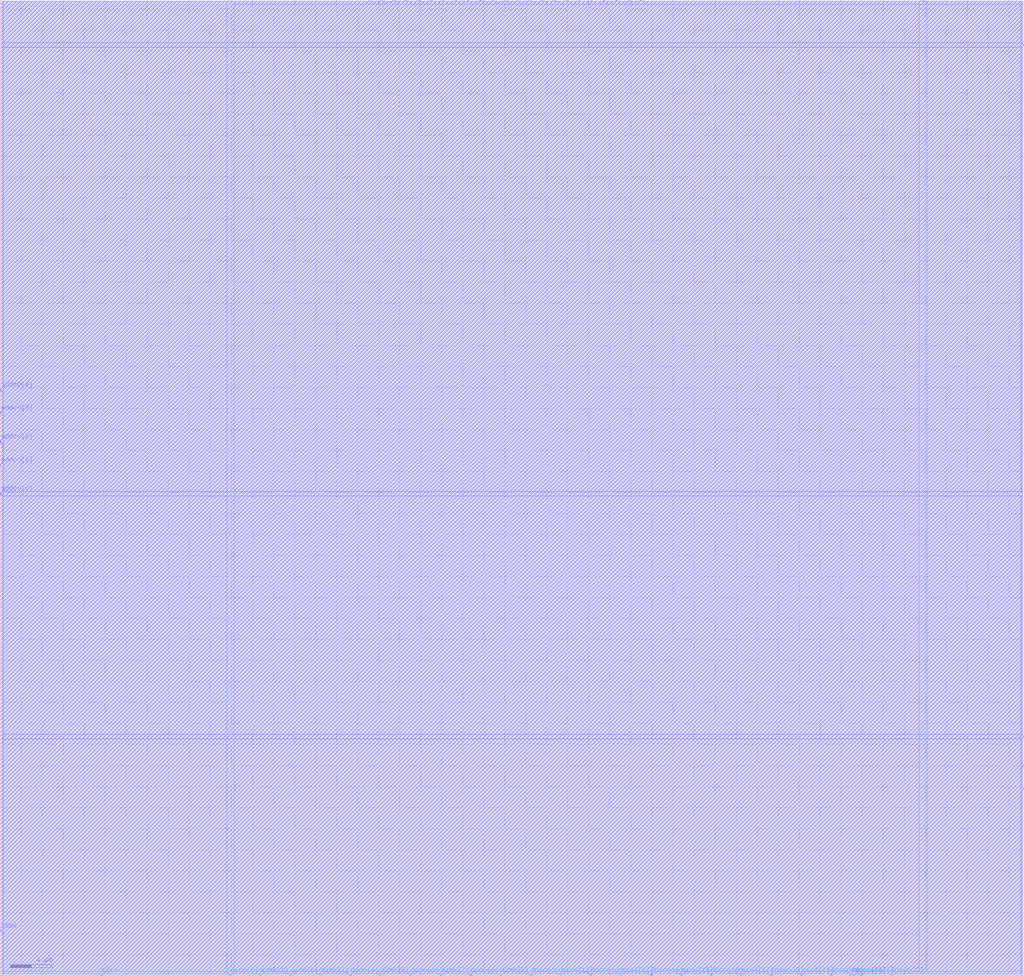
<source format=lef>
VERSION 5.4 ;
NAMESCASESENSITIVE ON ;
BUSBITCHARS "[]" ;
DIVIDERCHAR "/" ;
UNITS
  DATABASE MICRONS 2000 ;
END UNITS
MACRO sram_0rw1r1w_23_32_freepdk45
   CLASS BLOCK ;
   SIZE 97.4 BY 92.89 ;
   SYMMETRY X Y R90 ;
   PIN din0[0]
      DIRECTION INPUT ;
      PORT
         LAYER metal4 ;
         RECT  21.8175 0.0 21.9575 0.14 ;
      END
   END din0[0]
   PIN din0[1]
      DIRECTION INPUT ;
      PORT
         LAYER metal4 ;
         RECT  24.6775 0.0 24.8175 0.14 ;
      END
   END din0[1]
   PIN din0[2]
      DIRECTION INPUT ;
      PORT
         LAYER metal4 ;
         RECT  27.5375 0.0 27.6775 0.14 ;
      END
   END din0[2]
   PIN din0[3]
      DIRECTION INPUT ;
      PORT
         LAYER metal4 ;
         RECT  30.3975 0.0 30.5375 0.14 ;
      END
   END din0[3]
   PIN din0[4]
      DIRECTION INPUT ;
      PORT
         LAYER metal4 ;
         RECT  33.2575 0.0 33.3975 0.14 ;
      END
   END din0[4]
   PIN din0[5]
      DIRECTION INPUT ;
      PORT
         LAYER metal4 ;
         RECT  36.1175 0.0 36.2575 0.14 ;
      END
   END din0[5]
   PIN din0[6]
      DIRECTION INPUT ;
      PORT
         LAYER metal4 ;
         RECT  38.9775 0.0 39.1175 0.14 ;
      END
   END din0[6]
   PIN din0[7]
      DIRECTION INPUT ;
      PORT
         LAYER metal4 ;
         RECT  41.8375 0.0 41.9775 0.14 ;
      END
   END din0[7]
   PIN din0[8]
      DIRECTION INPUT ;
      PORT
         LAYER metal4 ;
         RECT  44.6975 0.0 44.8375 0.14 ;
      END
   END din0[8]
   PIN din0[9]
      DIRECTION INPUT ;
      PORT
         LAYER metal4 ;
         RECT  47.5575 0.0 47.6975 0.14 ;
      END
   END din0[9]
   PIN din0[10]
      DIRECTION INPUT ;
      PORT
         LAYER metal4 ;
         RECT  50.4175 0.0 50.5575 0.14 ;
      END
   END din0[10]
   PIN din0[11]
      DIRECTION INPUT ;
      PORT
         LAYER metal4 ;
         RECT  53.2775 0.0 53.4175 0.14 ;
      END
   END din0[11]
   PIN din0[12]
      DIRECTION INPUT ;
      PORT
         LAYER metal4 ;
         RECT  56.1375 0.0 56.2775 0.14 ;
      END
   END din0[12]
   PIN din0[13]
      DIRECTION INPUT ;
      PORT
         LAYER metal4 ;
         RECT  58.9975 0.0 59.1375 0.14 ;
      END
   END din0[13]
   PIN din0[14]
      DIRECTION INPUT ;
      PORT
         LAYER metal4 ;
         RECT  61.8575 0.0 61.9975 0.14 ;
      END
   END din0[14]
   PIN din0[15]
      DIRECTION INPUT ;
      PORT
         LAYER metal4 ;
         RECT  64.7175 0.0 64.8575 0.14 ;
      END
   END din0[15]
   PIN din0[16]
      DIRECTION INPUT ;
      PORT
         LAYER metal4 ;
         RECT  67.5775 0.0 67.7175 0.14 ;
      END
   END din0[16]
   PIN din0[17]
      DIRECTION INPUT ;
      PORT
         LAYER metal4 ;
         RECT  70.4375 0.0 70.5775 0.14 ;
      END
   END din0[17]
   PIN din0[18]
      DIRECTION INPUT ;
      PORT
         LAYER metal4 ;
         RECT  73.2975 0.0 73.4375 0.14 ;
      END
   END din0[18]
   PIN din0[19]
      DIRECTION INPUT ;
      PORT
         LAYER metal4 ;
         RECT  76.1575 0.0 76.2975 0.14 ;
      END
   END din0[19]
   PIN din0[20]
      DIRECTION INPUT ;
      PORT
         LAYER metal4 ;
         RECT  79.0175 0.0 79.1575 0.14 ;
      END
   END din0[20]
   PIN din0[21]
      DIRECTION INPUT ;
      PORT
         LAYER metal4 ;
         RECT  81.8775 0.0 82.0175 0.14 ;
      END
   END din0[21]
   PIN din0[22]
      DIRECTION INPUT ;
      PORT
         LAYER metal4 ;
         RECT  84.7375 0.0 84.8775 0.14 ;
      END
   END din0[22]
   PIN addr0[0]
      DIRECTION INPUT ;
      PORT
         LAYER metal3 ;
         RECT  0.0 45.815 0.14 45.955 ;
      END
   END addr0[0]
   PIN addr0[1]
      DIRECTION INPUT ;
      PORT
         LAYER metal3 ;
         RECT  0.0 48.545 0.14 48.685 ;
      END
   END addr0[1]
   PIN addr0[2]
      DIRECTION INPUT ;
      PORT
         LAYER metal3 ;
         RECT  0.0 50.755 0.14 50.895 ;
      END
   END addr0[2]
   PIN addr0[3]
      DIRECTION INPUT ;
      PORT
         LAYER metal3 ;
         RECT  0.0 53.485 0.14 53.625 ;
      END
   END addr0[3]
   PIN addr0[4]
      DIRECTION INPUT ;
      PORT
         LAYER metal3 ;
         RECT  0.0 55.695 0.14 55.835 ;
      END
   END addr0[4]
   PIN addr1[0]
      DIRECTION INPUT ;
      PORT
         LAYER metal3 ;
         RECT  97.26 22.675 97.4 22.815 ;
      END
   END addr1[0]
   PIN addr1[1]
      DIRECTION INPUT ;
      PORT
         LAYER metal3 ;
         RECT  97.26 19.945 97.4 20.085 ;
      END
   END addr1[1]
   PIN addr1[2]
      DIRECTION INPUT ;
      PORT
         LAYER metal3 ;
         RECT  97.26 17.735 97.4 17.875 ;
      END
   END addr1[2]
   PIN addr1[3]
      DIRECTION INPUT ;
      PORT
         LAYER metal4 ;
         RECT  80.835 0.0 80.975 0.14 ;
      END
   END addr1[3]
   PIN addr1[4]
      DIRECTION INPUT ;
      PORT
         LAYER metal4 ;
         RECT  81.12 0.0 81.26 0.14 ;
      END
   END addr1[4]
   PIN csb0
      DIRECTION INPUT ;
      PORT
         LAYER metal3 ;
         RECT  0.0 4.215 0.14 4.355 ;
      END
   END csb0
   PIN csb1
      DIRECTION INPUT ;
      PORT
         LAYER metal3 ;
         RECT  97.26 88.535 97.4 88.675 ;
      END
   END csb1
   PIN clk0
      DIRECTION INPUT ;
      PORT
         LAYER metal4 ;
         RECT  9.56 0.0 9.7 0.14 ;
      END
   END clk0
   PIN clk1
      DIRECTION INPUT ;
      PORT
         LAYER metal4 ;
         RECT  87.7 92.75 87.84 92.89 ;
      END
   END clk1
   PIN dout1[0]
      DIRECTION OUTPUT ;
      PORT
         LAYER metal4 ;
         RECT  35.0475 92.75 35.1875 92.89 ;
      END
   END dout1[0]
   PIN dout1[1]
      DIRECTION OUTPUT ;
      PORT
         LAYER metal4 ;
         RECT  36.2225 92.75 36.3625 92.89 ;
      END
   END dout1[1]
   PIN dout1[2]
      DIRECTION OUTPUT ;
      PORT
         LAYER metal4 ;
         RECT  37.3975 92.75 37.5375 92.89 ;
      END
   END dout1[2]
   PIN dout1[3]
      DIRECTION OUTPUT ;
      PORT
         LAYER metal4 ;
         RECT  38.5725 92.75 38.7125 92.89 ;
      END
   END dout1[3]
   PIN dout1[4]
      DIRECTION OUTPUT ;
      PORT
         LAYER metal4 ;
         RECT  39.7475 92.75 39.8875 92.89 ;
      END
   END dout1[4]
   PIN dout1[5]
      DIRECTION OUTPUT ;
      PORT
         LAYER metal4 ;
         RECT  40.9225 92.75 41.0625 92.89 ;
      END
   END dout1[5]
   PIN dout1[6]
      DIRECTION OUTPUT ;
      PORT
         LAYER metal4 ;
         RECT  42.0975 92.75 42.2375 92.89 ;
      END
   END dout1[6]
   PIN dout1[7]
      DIRECTION OUTPUT ;
      PORT
         LAYER metal4 ;
         RECT  43.2725 92.75 43.4125 92.89 ;
      END
   END dout1[7]
   PIN dout1[8]
      DIRECTION OUTPUT ;
      PORT
         LAYER metal4 ;
         RECT  44.4475 92.75 44.5875 92.89 ;
      END
   END dout1[8]
   PIN dout1[9]
      DIRECTION OUTPUT ;
      PORT
         LAYER metal4 ;
         RECT  45.6225 92.75 45.7625 92.89 ;
      END
   END dout1[9]
   PIN dout1[10]
      DIRECTION OUTPUT ;
      PORT
         LAYER metal4 ;
         RECT  46.7975 92.75 46.9375 92.89 ;
      END
   END dout1[10]
   PIN dout1[11]
      DIRECTION OUTPUT ;
      PORT
         LAYER metal4 ;
         RECT  47.9725 92.75 48.1125 92.89 ;
      END
   END dout1[11]
   PIN dout1[12]
      DIRECTION OUTPUT ;
      PORT
         LAYER metal4 ;
         RECT  49.1475 92.75 49.2875 92.89 ;
      END
   END dout1[12]
   PIN dout1[13]
      DIRECTION OUTPUT ;
      PORT
         LAYER metal4 ;
         RECT  50.3225 92.75 50.4625 92.89 ;
      END
   END dout1[13]
   PIN dout1[14]
      DIRECTION OUTPUT ;
      PORT
         LAYER metal4 ;
         RECT  51.4975 92.75 51.6375 92.89 ;
      END
   END dout1[14]
   PIN dout1[15]
      DIRECTION OUTPUT ;
      PORT
         LAYER metal4 ;
         RECT  52.6725 92.75 52.8125 92.89 ;
      END
   END dout1[15]
   PIN dout1[16]
      DIRECTION OUTPUT ;
      PORT
         LAYER metal4 ;
         RECT  53.8475 92.75 53.9875 92.89 ;
      END
   END dout1[16]
   PIN dout1[17]
      DIRECTION OUTPUT ;
      PORT
         LAYER metal4 ;
         RECT  55.0225 92.75 55.1625 92.89 ;
      END
   END dout1[17]
   PIN dout1[18]
      DIRECTION OUTPUT ;
      PORT
         LAYER metal4 ;
         RECT  56.1975 92.75 56.3375 92.89 ;
      END
   END dout1[18]
   PIN dout1[19]
      DIRECTION OUTPUT ;
      PORT
         LAYER metal4 ;
         RECT  57.3725 92.75 57.5125 92.89 ;
      END
   END dout1[19]
   PIN dout1[20]
      DIRECTION OUTPUT ;
      PORT
         LAYER metal4 ;
         RECT  58.5475 92.75 58.6875 92.89 ;
      END
   END dout1[20]
   PIN dout1[21]
      DIRECTION OUTPUT ;
      PORT
         LAYER metal4 ;
         RECT  59.7225 92.75 59.8625 92.89 ;
      END
   END dout1[21]
   PIN dout1[22]
      DIRECTION OUTPUT ;
      PORT
         LAYER metal4 ;
         RECT  60.8975 92.75 61.0375 92.89 ;
      END
   END dout1[22]
   PIN vdd
      DIRECTION INOUT ;
      USE POWER ; 
      SHAPE ABUTMENT ; 
      PORT
      END
   END vdd
   PIN gnd
      DIRECTION INOUT ;
      USE GROUND ; 
      SHAPE ABUTMENT ; 
      PORT
      END
   END gnd
   OBS
   LAYER  metal1 ;
      RECT  0.14 0.14 97.26 92.75 ;
   LAYER  metal2 ;
      RECT  0.14 0.14 97.26 92.75 ;
   LAYER  metal3 ;
      RECT  0.28 45.675 97.26 46.095 ;
      RECT  0.14 46.095 0.28 48.405 ;
      RECT  0.14 48.825 0.28 50.615 ;
      RECT  0.14 51.035 0.28 53.345 ;
      RECT  0.14 53.765 0.28 55.555 ;
      RECT  0.14 55.975 0.28 92.75 ;
      RECT  0.28 0.14 97.12 22.535 ;
      RECT  0.28 22.535 97.12 22.955 ;
      RECT  0.28 22.955 97.12 45.675 ;
      RECT  97.12 22.955 97.26 45.675 ;
      RECT  97.12 20.225 97.26 22.535 ;
      RECT  97.12 0.14 97.26 17.595 ;
      RECT  97.12 18.015 97.26 19.805 ;
      RECT  0.14 0.14 0.28 4.075 ;
      RECT  0.14 4.495 0.28 45.675 ;
      RECT  0.28 46.095 97.12 88.395 ;
      RECT  0.28 88.395 97.12 88.815 ;
      RECT  0.28 88.815 97.12 92.75 ;
      RECT  97.12 46.095 97.26 88.395 ;
      RECT  97.12 88.815 97.26 92.75 ;
   LAYER  metal4 ;
      RECT  0.14 0.42 21.5375 92.75 ;
      RECT  21.5375 0.42 22.2375 92.75 ;
      RECT  22.2375 0.14 24.3975 0.42 ;
      RECT  25.0975 0.14 27.2575 0.42 ;
      RECT  27.9575 0.14 30.1175 0.42 ;
      RECT  30.8175 0.14 32.9775 0.42 ;
      RECT  33.6775 0.14 35.8375 0.42 ;
      RECT  36.5375 0.14 38.6975 0.42 ;
      RECT  39.3975 0.14 41.5575 0.42 ;
      RECT  42.2575 0.14 44.4175 0.42 ;
      RECT  45.1175 0.14 47.2775 0.42 ;
      RECT  47.9775 0.14 50.1375 0.42 ;
      RECT  50.8375 0.14 52.9975 0.42 ;
      RECT  53.6975 0.14 55.8575 0.42 ;
      RECT  56.5575 0.14 58.7175 0.42 ;
      RECT  59.4175 0.14 61.5775 0.42 ;
      RECT  62.2775 0.14 64.4375 0.42 ;
      RECT  65.1375 0.14 67.2975 0.42 ;
      RECT  67.9975 0.14 70.1575 0.42 ;
      RECT  70.8575 0.14 73.0175 0.42 ;
      RECT  73.7175 0.14 75.8775 0.42 ;
      RECT  76.5775 0.14 78.7375 0.42 ;
      RECT  82.2975 0.14 84.4575 0.42 ;
      RECT  85.1575 0.14 97.26 0.42 ;
      RECT  79.4375 0.14 80.555 0.42 ;
      RECT  81.54 0.14 81.5975 0.42 ;
      RECT  0.14 0.14 9.28 0.42 ;
      RECT  9.98 0.14 21.5375 0.42 ;
      RECT  22.2375 0.42 87.42 92.47 ;
      RECT  87.42 0.42 88.12 92.47 ;
      RECT  88.12 0.42 97.26 92.47 ;
      RECT  88.12 92.47 97.26 92.75 ;
      RECT  22.2375 92.47 34.7675 92.75 ;
      RECT  35.4675 92.47 35.9425 92.75 ;
      RECT  36.6425 92.47 37.1175 92.75 ;
      RECT  37.8175 92.47 38.2925 92.75 ;
      RECT  38.9925 92.47 39.4675 92.75 ;
      RECT  40.1675 92.47 40.6425 92.75 ;
      RECT  41.3425 92.47 41.8175 92.75 ;
      RECT  42.5175 92.47 42.9925 92.75 ;
      RECT  43.6925 92.47 44.1675 92.75 ;
      RECT  44.8675 92.47 45.3425 92.75 ;
      RECT  46.0425 92.47 46.5175 92.75 ;
      RECT  47.2175 92.47 47.6925 92.75 ;
      RECT  48.3925 92.47 48.8675 92.75 ;
      RECT  49.5675 92.47 50.0425 92.75 ;
      RECT  50.7425 92.47 51.2175 92.75 ;
      RECT  51.9175 92.47 52.3925 92.75 ;
      RECT  53.0925 92.47 53.5675 92.75 ;
      RECT  54.2675 92.47 54.7425 92.75 ;
      RECT  55.4425 92.47 55.9175 92.75 ;
      RECT  56.6175 92.47 57.0925 92.75 ;
      RECT  57.7925 92.47 58.2675 92.75 ;
      RECT  58.9675 92.47 59.4425 92.75 ;
      RECT  60.1425 92.47 60.6175 92.75 ;
      RECT  61.3175 92.47 87.42 92.75 ;
   END
END    sram_0rw1r1w_23_32_freepdk45
END    LIBRARY

</source>
